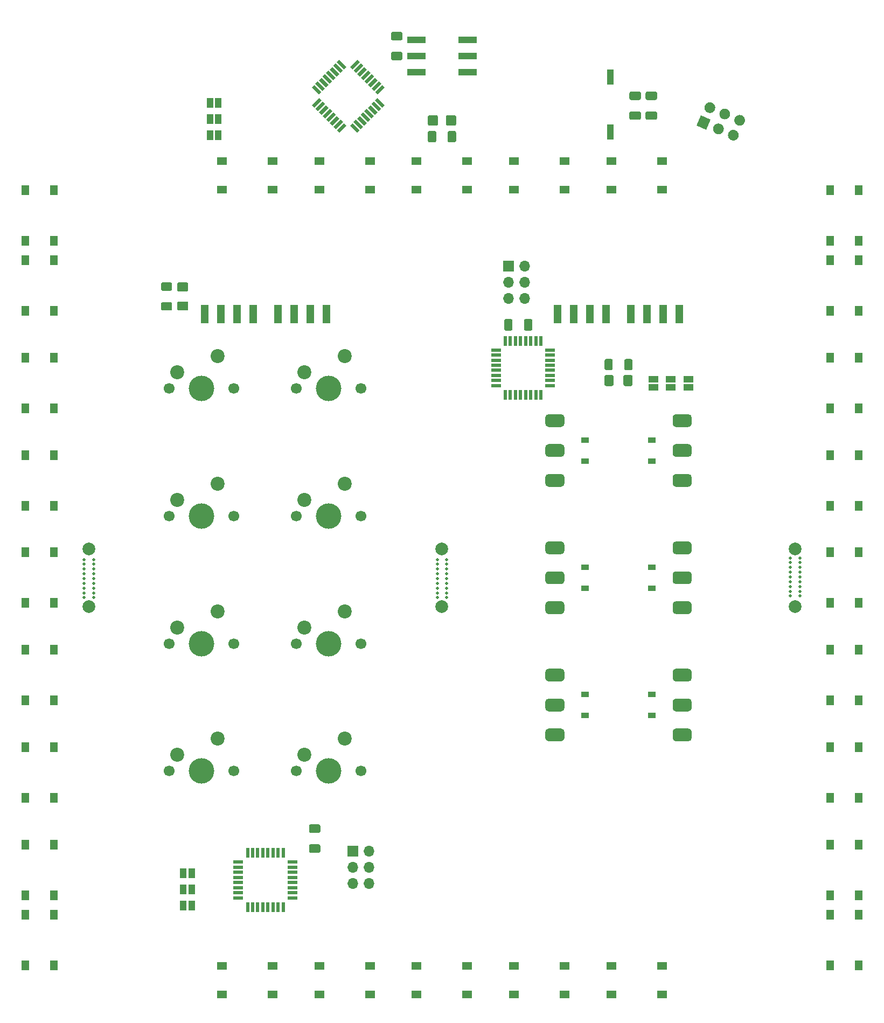
<source format=gbr>
%TF.GenerationSoftware,KiCad,Pcbnew,(5.1.9)-1*%
%TF.CreationDate,2021-07-06T15:30:50+10:00*%
%TF.ProjectId,MFD-panel2,4d46442d-7061-46e6-956c-322e6b696361,rev?*%
%TF.SameCoordinates,Original*%
%TF.FileFunction,Soldermask,Top*%
%TF.FilePolarity,Negative*%
%FSLAX46Y46*%
G04 Gerber Fmt 4.6, Leading zero omitted, Abs format (unit mm)*
G04 Created by KiCad (PCBNEW (5.1.9)-1) date 2021-07-06 15:30:50*
%MOMM*%
%LPD*%
G01*
G04 APERTURE LIST*
%ADD10R,3.000000X1.000000*%
%ADD11R,1.000000X1.500000*%
%ADD12C,0.100000*%
%ADD13R,1.300000X1.550000*%
%ADD14R,1.550000X1.300000*%
%ADD15R,1.120000X2.440000*%
%ADD16R,1.200000X0.900000*%
%ADD17R,1.600000X0.550000*%
%ADD18R,0.550000X1.600000*%
%ADD19R,1.500000X1.000000*%
%ADD20R,1.300000X3.000000*%
%ADD21O,1.700000X1.700000*%
%ADD22R,1.700000X1.700000*%
%ADD23C,0.500000*%
%ADD24C,2.000000*%
%ADD25C,1.700000*%
%ADD26C,4.000000*%
%ADD27C,2.200000*%
G04 APERTURE END LIST*
D10*
%TO.C,SW2*%
X74600000Y8860000D03*
X66600000Y8860000D03*
X74600000Y11400000D03*
X66600000Y11400000D03*
X74600000Y13940000D03*
X66600000Y13940000D03*
%TD*%
D11*
%TO.C,JP3*%
X34148000Y4064000D03*
X35448000Y4064000D03*
%TD*%
%TO.C,JP2*%
X35448000Y1524000D03*
X34148000Y1524000D03*
%TD*%
%TO.C,JP1*%
X35448000Y-1016000D03*
X34148000Y-1016000D03*
%TD*%
D12*
%TO.C,Atmega328P-AU1*%
G36*
X50523666Y3294555D02*
G01*
X50134757Y3683464D01*
X51266128Y4814835D01*
X51655037Y4425926D01*
X50523666Y3294555D01*
G37*
G36*
X51089352Y2728870D02*
G01*
X50700443Y3117779D01*
X51831814Y4249150D01*
X52220723Y3860241D01*
X51089352Y2728870D01*
G37*
G36*
X51655037Y2163184D02*
G01*
X51266128Y2552093D01*
X52397499Y3683464D01*
X52786408Y3294555D01*
X51655037Y2163184D01*
G37*
G36*
X52220722Y1597499D02*
G01*
X51831813Y1986408D01*
X52963184Y3117779D01*
X53352093Y2728870D01*
X52220722Y1597499D01*
G37*
G36*
X52786408Y1031813D02*
G01*
X52397499Y1420722D01*
X53528870Y2552093D01*
X53917779Y2163184D01*
X52786408Y1031813D01*
G37*
G36*
X53352093Y466128D02*
G01*
X52963184Y855037D01*
X54094555Y1986408D01*
X54483464Y1597499D01*
X53352093Y466128D01*
G37*
G36*
X53917779Y-99557D02*
G01*
X53528870Y289352D01*
X54660241Y1420723D01*
X55049150Y1031814D01*
X53917779Y-99557D01*
G37*
G36*
X54483464Y-665243D02*
G01*
X54094555Y-276334D01*
X55225926Y855037D01*
X55614835Y466128D01*
X54483464Y-665243D01*
G37*
G36*
X57665445Y-276334D02*
G01*
X57276536Y-665243D01*
X56145165Y466128D01*
X56534074Y855037D01*
X57665445Y-276334D01*
G37*
G36*
X58231130Y289352D02*
G01*
X57842221Y-99557D01*
X56710850Y1031814D01*
X57099759Y1420723D01*
X58231130Y289352D01*
G37*
G36*
X58796816Y855037D02*
G01*
X58407907Y466128D01*
X57276536Y1597499D01*
X57665445Y1986408D01*
X58796816Y855037D01*
G37*
G36*
X59362501Y1420722D02*
G01*
X58973592Y1031813D01*
X57842221Y2163184D01*
X58231130Y2552093D01*
X59362501Y1420722D01*
G37*
G36*
X59928187Y1986408D02*
G01*
X59539278Y1597499D01*
X58407907Y2728870D01*
X58796816Y3117779D01*
X59928187Y1986408D01*
G37*
G36*
X60493872Y2552093D02*
G01*
X60104963Y2163184D01*
X58973592Y3294555D01*
X59362501Y3683464D01*
X60493872Y2552093D01*
G37*
G36*
X61059557Y3117779D02*
G01*
X60670648Y2728870D01*
X59539277Y3860241D01*
X59928186Y4249150D01*
X61059557Y3117779D01*
G37*
G36*
X61625243Y3683464D02*
G01*
X61236334Y3294555D01*
X60104963Y4425926D01*
X60493872Y4814835D01*
X61625243Y3683464D01*
G37*
G36*
X60493872Y5345165D02*
G01*
X60104963Y5734074D01*
X61236334Y6865445D01*
X61625243Y6476536D01*
X60493872Y5345165D01*
G37*
G36*
X59928186Y5910850D02*
G01*
X59539277Y6299759D01*
X60670648Y7431130D01*
X61059557Y7042221D01*
X59928186Y5910850D01*
G37*
G36*
X59362501Y6476536D02*
G01*
X58973592Y6865445D01*
X60104963Y7996816D01*
X60493872Y7607907D01*
X59362501Y6476536D01*
G37*
G36*
X58796816Y7042221D02*
G01*
X58407907Y7431130D01*
X59539278Y8562501D01*
X59928187Y8173592D01*
X58796816Y7042221D01*
G37*
G36*
X58231130Y7607907D02*
G01*
X57842221Y7996816D01*
X58973592Y9128187D01*
X59362501Y8739278D01*
X58231130Y7607907D01*
G37*
G36*
X57665445Y8173592D02*
G01*
X57276536Y8562501D01*
X58407907Y9693872D01*
X58796816Y9304963D01*
X57665445Y8173592D01*
G37*
G36*
X57099759Y8739277D02*
G01*
X56710850Y9128186D01*
X57842221Y10259557D01*
X58231130Y9870648D01*
X57099759Y8739277D01*
G37*
G36*
X56534074Y9304963D02*
G01*
X56145165Y9693872D01*
X57276536Y10825243D01*
X57665445Y10436334D01*
X56534074Y9304963D01*
G37*
G36*
X55614835Y9693872D02*
G01*
X55225926Y9304963D01*
X54094555Y10436334D01*
X54483464Y10825243D01*
X55614835Y9693872D01*
G37*
G36*
X55049150Y9128186D02*
G01*
X54660241Y8739277D01*
X53528870Y9870648D01*
X53917779Y10259557D01*
X55049150Y9128186D01*
G37*
G36*
X54483464Y8562501D02*
G01*
X54094555Y8173592D01*
X52963184Y9304963D01*
X53352093Y9693872D01*
X54483464Y8562501D01*
G37*
G36*
X53917779Y7996816D02*
G01*
X53528870Y7607907D01*
X52397499Y8739278D01*
X52786408Y9128187D01*
X53917779Y7996816D01*
G37*
G36*
X53352093Y7431130D02*
G01*
X52963184Y7042221D01*
X51831813Y8173592D01*
X52220722Y8562501D01*
X53352093Y7431130D01*
G37*
G36*
X52786408Y6865445D02*
G01*
X52397499Y6476536D01*
X51266128Y7607907D01*
X51655037Y7996816D01*
X52786408Y6865445D01*
G37*
G36*
X52220723Y6299759D02*
G01*
X51831814Y5910850D01*
X50700443Y7042221D01*
X51089352Y7431130D01*
X52220723Y6299759D01*
G37*
G36*
X51655037Y5734074D02*
G01*
X51266128Y5345165D01*
X50134757Y6476536D01*
X50523666Y6865445D01*
X51655037Y5734074D01*
G37*
%TD*%
%TO.C,J1*%
G36*
G01*
X117058401Y510539D02*
X117058401Y510539D01*
G75*
G02*
X116608093Y1625089I332121J782429D01*
G01*
X116608093Y1625089D01*
G75*
G02*
X117722643Y2075397I782429J-332121D01*
G01*
X117722643Y2075397D01*
G75*
G02*
X118172951Y960847I-332121J-782429D01*
G01*
X118172951Y960847D01*
G75*
G02*
X117058401Y510539I-782429J332121D01*
G01*
G37*
G36*
G01*
X116065944Y-1827543D02*
X116065944Y-1827543D01*
G75*
G02*
X115615636Y-712993I332121J782429D01*
G01*
X115615636Y-712993D01*
G75*
G02*
X116730186Y-262685I782429J-332121D01*
G01*
X116730186Y-262685D01*
G75*
G02*
X117180494Y-1377235I-332121J-782429D01*
G01*
X117180494Y-1377235D01*
G75*
G02*
X116065944Y-1827543I-782429J332121D01*
G01*
G37*
G36*
G01*
X114720318Y1502996D02*
X114720318Y1502996D01*
G75*
G02*
X114270010Y2617546I332121J782429D01*
G01*
X114270010Y2617546D01*
G75*
G02*
X115384560Y3067854I782429J-332121D01*
G01*
X115384560Y3067854D01*
G75*
G02*
X115834868Y1953304I-332121J-782429D01*
G01*
X115834868Y1953304D01*
G75*
G02*
X114720318Y1502996I-782429J332121D01*
G01*
G37*
G36*
G01*
X113727861Y-835086D02*
X113727861Y-835086D01*
G75*
G02*
X113277553Y279464I332121J782429D01*
G01*
X113277553Y279464D01*
G75*
G02*
X114392103Y729772I782429J-332121D01*
G01*
X114392103Y729772D01*
G75*
G02*
X114842411Y-384778I-332121J-782429D01*
G01*
X114842411Y-384778D01*
G75*
G02*
X113727861Y-835086I-782429J332121D01*
G01*
G37*
G36*
G01*
X112382236Y2495453D02*
X112382236Y2495453D01*
G75*
G02*
X111931928Y3610003I332121J782429D01*
G01*
X111931928Y3610003D01*
G75*
G02*
X113046478Y4060311I782429J-332121D01*
G01*
X113046478Y4060311D01*
G75*
G02*
X113496786Y2945761I-332121J-782429D01*
G01*
X113496786Y2945761D01*
G75*
G02*
X112382236Y2495453I-782429J332121D01*
G01*
G37*
G36*
X112172208Y-174751D02*
G01*
X110607349Y489492D01*
X111271592Y2054351D01*
X112836451Y1390108D01*
X112172208Y-174751D01*
G37*
%TD*%
%TO.C,R8*%
G36*
G01*
X69700000Y-619999D02*
X69700000Y-1920001D01*
G75*
G02*
X69450001Y-2170000I-249999J0D01*
G01*
X68624999Y-2170000D01*
G75*
G02*
X68375000Y-1920001I0J249999D01*
G01*
X68375000Y-619999D01*
G75*
G02*
X68624999Y-370000I249999J0D01*
G01*
X69450001Y-370000D01*
G75*
G02*
X69700000Y-619999I0J-249999D01*
G01*
G37*
G36*
G01*
X72825000Y-619999D02*
X72825000Y-1920001D01*
G75*
G02*
X72575001Y-2170000I-249999J0D01*
G01*
X71749999Y-2170000D01*
G75*
G02*
X71500000Y-1920001I0J249999D01*
G01*
X71500000Y-619999D01*
G75*
G02*
X71749999Y-370000I249999J0D01*
G01*
X72575001Y-370000D01*
G75*
G02*
X72825000Y-619999I0J-249999D01*
G01*
G37*
%TD*%
%TO.C,D1*%
G36*
G01*
X71225000Y695000D02*
X71225000Y1845000D01*
G75*
G02*
X71475000Y2095000I250000J0D01*
G01*
X72575000Y2095000D01*
G75*
G02*
X72825000Y1845000I0J-250000D01*
G01*
X72825000Y695000D01*
G75*
G02*
X72575000Y445000I-250000J0D01*
G01*
X71475000Y445000D01*
G75*
G02*
X71225000Y695000I0J250000D01*
G01*
G37*
G36*
G01*
X68375000Y695000D02*
X68375000Y1845000D01*
G75*
G02*
X68625000Y2095000I250000J0D01*
G01*
X69725000Y2095000D01*
G75*
G02*
X69975000Y1845000I0J-250000D01*
G01*
X69975000Y695000D01*
G75*
G02*
X69725000Y445000I-250000J0D01*
G01*
X68625000Y445000D01*
G75*
G02*
X68375000Y695000I0J250000D01*
G01*
G37*
%TD*%
D13*
%TO.C,SW47*%
X5100000Y-28680000D03*
X9600000Y-28680000D03*
X9600000Y-20720000D03*
X5100000Y-20720000D03*
%TD*%
%TO.C,SW46*%
X5100000Y-17680000D03*
X9600000Y-17680000D03*
X9600000Y-9720000D03*
X5100000Y-9720000D03*
%TD*%
%TO.C,SW45*%
X5100000Y-43980000D03*
X9600000Y-43980000D03*
X9600000Y-36020000D03*
X5100000Y-36020000D03*
%TD*%
%TO.C,SW44*%
X5100000Y-59280000D03*
X9600000Y-59280000D03*
X9600000Y-51320000D03*
X5100000Y-51320000D03*
%TD*%
%TO.C,SW43*%
X5100000Y-74580000D03*
X9600000Y-74580000D03*
X9600000Y-66620000D03*
X5100000Y-66620000D03*
%TD*%
%TO.C,SW42*%
X5100000Y-89880000D03*
X9600000Y-89880000D03*
X9600000Y-81920000D03*
X5100000Y-81920000D03*
%TD*%
%TO.C,SW41*%
X5100000Y-105180000D03*
X9600000Y-105180000D03*
X9600000Y-97220000D03*
X5100000Y-97220000D03*
%TD*%
%TO.C,SW37*%
X5100000Y-131480000D03*
X9600000Y-131480000D03*
X9600000Y-123520000D03*
X5100000Y-123520000D03*
%TD*%
%TO.C,SW36*%
X5100000Y-120480000D03*
X9600000Y-120480000D03*
X9600000Y-112520000D03*
X5100000Y-112520000D03*
%TD*%
D14*
%TO.C,SW35*%
X43980000Y-136100000D03*
X43980000Y-131600000D03*
X36020000Y-131600000D03*
X36020000Y-136100000D03*
%TD*%
%TO.C,SW34*%
X59280000Y-136100000D03*
X59280000Y-131600000D03*
X51320000Y-131600000D03*
X51320000Y-136100000D03*
%TD*%
%TO.C,SW33*%
X74580000Y-136100000D03*
X74580000Y-131600000D03*
X66620000Y-131600000D03*
X66620000Y-136100000D03*
%TD*%
%TO.C,SW32*%
X89880000Y-136100000D03*
X89880000Y-131600000D03*
X81920000Y-131600000D03*
X81920000Y-136100000D03*
%TD*%
%TO.C,SW31*%
X105180000Y-136100000D03*
X105180000Y-131600000D03*
X97220000Y-131600000D03*
X97220000Y-136100000D03*
%TD*%
D13*
%TO.C,SW27*%
X136100000Y-123520000D03*
X131600000Y-123520000D03*
X131600000Y-131480000D03*
X136100000Y-131480000D03*
%TD*%
%TO.C,SW26*%
X136100000Y-112520000D03*
X131600000Y-112520000D03*
X131600000Y-120480000D03*
X136100000Y-120480000D03*
%TD*%
%TO.C,SW25*%
X136100000Y-97220000D03*
X131600000Y-97220000D03*
X131600000Y-105180000D03*
X136100000Y-105180000D03*
%TD*%
%TO.C,SW24*%
X136100000Y-81920000D03*
X131600000Y-81920000D03*
X131600000Y-89880000D03*
X136100000Y-89880000D03*
%TD*%
%TO.C,SW23*%
X136100000Y-66620000D03*
X131600000Y-66620000D03*
X131600000Y-74580000D03*
X136100000Y-74580000D03*
%TD*%
%TO.C,SW22*%
X136100000Y-51320000D03*
X131600000Y-51320000D03*
X131600000Y-59280000D03*
X136100000Y-59280000D03*
%TD*%
%TO.C,SW21*%
X136100000Y-36020000D03*
X131600000Y-36020000D03*
X131600000Y-43980000D03*
X136100000Y-43980000D03*
%TD*%
%TO.C,SW17*%
X136100000Y-20720000D03*
X131600000Y-20720000D03*
X131600000Y-28680000D03*
X136100000Y-28680000D03*
%TD*%
%TO.C,SW16*%
X136100000Y-9720000D03*
X131600000Y-9720000D03*
X131600000Y-17680000D03*
X136100000Y-17680000D03*
%TD*%
D14*
%TO.C,SW15*%
X105180000Y-9600000D03*
X105180000Y-5100000D03*
X97220000Y-5100000D03*
X97220000Y-9600000D03*
%TD*%
%TO.C,SW14*%
X89880000Y-9600000D03*
X89880000Y-5100000D03*
X81920000Y-5100000D03*
X81920000Y-9600000D03*
%TD*%
%TO.C,SW13*%
X74580000Y-9600000D03*
X74580000Y-5100000D03*
X66620000Y-5100000D03*
X66620000Y-9600000D03*
%TD*%
%TO.C,SW12*%
X59280000Y-9600000D03*
X59280000Y-5100000D03*
X51320000Y-5100000D03*
X51320000Y-9600000D03*
%TD*%
%TO.C,SW11*%
X43980000Y-9600000D03*
X43980000Y-5100000D03*
X36020000Y-5100000D03*
X36020000Y-9600000D03*
%TD*%
D15*
%TO.C,SW1*%
X97028000Y-508000D03*
X97028000Y8102000D03*
%TD*%
%TO.C,R5*%
G36*
G01*
X102854997Y5819500D02*
X104155003Y5819500D01*
G75*
G02*
X104405000Y5569503I0J-249997D01*
G01*
X104405000Y4744497D01*
G75*
G02*
X104155003Y4494500I-249997J0D01*
G01*
X102854997Y4494500D01*
G75*
G02*
X102605000Y4744497I0J249997D01*
G01*
X102605000Y5569503D01*
G75*
G02*
X102854997Y5819500I249997J0D01*
G01*
G37*
G36*
G01*
X102854997Y2694500D02*
X104155003Y2694500D01*
G75*
G02*
X104405000Y2444503I0J-249997D01*
G01*
X104405000Y1619497D01*
G75*
G02*
X104155003Y1369500I-249997J0D01*
G01*
X102854997Y1369500D01*
G75*
G02*
X102605000Y1619497I0J249997D01*
G01*
X102605000Y2444503D01*
G75*
G02*
X102854997Y2694500I249997J0D01*
G01*
G37*
%TD*%
%TO.C,R1*%
G36*
G01*
X101615003Y4494500D02*
X100314997Y4494500D01*
G75*
G02*
X100065000Y4744497I0J249997D01*
G01*
X100065000Y5569503D01*
G75*
G02*
X100314997Y5819500I249997J0D01*
G01*
X101615003Y5819500D01*
G75*
G02*
X101865000Y5569503I0J-249997D01*
G01*
X101865000Y4744497D01*
G75*
G02*
X101615003Y4494500I-249997J0D01*
G01*
G37*
G36*
G01*
X101615003Y1369500D02*
X100314997Y1369500D01*
G75*
G02*
X100065000Y1619497I0J249997D01*
G01*
X100065000Y2444503D01*
G75*
G02*
X100314997Y2694500I249997J0D01*
G01*
X101615003Y2694500D01*
G75*
G02*
X101865000Y2444503I0J-249997D01*
G01*
X101865000Y1619497D01*
G75*
G02*
X101615003Y1369500I-249997J0D01*
G01*
G37*
%TD*%
%TO.C,C4*%
G36*
G01*
X64150003Y13854000D02*
X62849997Y13854000D01*
G75*
G02*
X62600000Y14103997I0J249997D01*
G01*
X62600000Y14929003D01*
G75*
G02*
X62849997Y15179000I249997J0D01*
G01*
X64150003Y15179000D01*
G75*
G02*
X64400000Y14929003I0J-249997D01*
G01*
X64400000Y14103997D01*
G75*
G02*
X64150003Y13854000I-249997J0D01*
G01*
G37*
G36*
G01*
X64150003Y10729000D02*
X62849997Y10729000D01*
G75*
G02*
X62600000Y10978997I0J249997D01*
G01*
X62600000Y11804003D01*
G75*
G02*
X62849997Y12054000I249997J0D01*
G01*
X64150003Y12054000D01*
G75*
G02*
X64400000Y11804003I0J-249997D01*
G01*
X64400000Y10978997D01*
G75*
G02*
X64150003Y10729000I-249997J0D01*
G01*
G37*
%TD*%
%TO.C,TOG23*%
G36*
G01*
X106850000Y-95800000D02*
X106850000Y-94800000D01*
G75*
G02*
X107350000Y-94300000I500000J0D01*
G01*
X109350000Y-94300000D01*
G75*
G02*
X109850000Y-94800000I0J-500000D01*
G01*
X109850000Y-95800000D01*
G75*
G02*
X109350000Y-96300000I-500000J0D01*
G01*
X107350000Y-96300000D01*
G75*
G02*
X106850000Y-95800000I0J500000D01*
G01*
G37*
G36*
G01*
X106850000Y-91100000D02*
X106850000Y-90100000D01*
G75*
G02*
X107350000Y-89600000I500000J0D01*
G01*
X109350000Y-89600000D01*
G75*
G02*
X109850000Y-90100000I0J-500000D01*
G01*
X109850000Y-91100000D01*
G75*
G02*
X109350000Y-91600000I-500000J0D01*
G01*
X107350000Y-91600000D01*
G75*
G02*
X106850000Y-91100000I0J500000D01*
G01*
G37*
G36*
G01*
X106850000Y-86400000D02*
X106850000Y-85400000D01*
G75*
G02*
X107350000Y-84900000I500000J0D01*
G01*
X109350000Y-84900000D01*
G75*
G02*
X109850000Y-85400000I0J-500000D01*
G01*
X109850000Y-86400000D01*
G75*
G02*
X109350000Y-86900000I-500000J0D01*
G01*
X107350000Y-86900000D01*
G75*
G02*
X106850000Y-86400000I0J500000D01*
G01*
G37*
%TD*%
%TO.C,TOG13*%
G36*
G01*
X86850000Y-95800000D02*
X86850000Y-94800000D01*
G75*
G02*
X87350000Y-94300000I500000J0D01*
G01*
X89350000Y-94300000D01*
G75*
G02*
X89850000Y-94800000I0J-500000D01*
G01*
X89850000Y-95800000D01*
G75*
G02*
X89350000Y-96300000I-500000J0D01*
G01*
X87350000Y-96300000D01*
G75*
G02*
X86850000Y-95800000I0J500000D01*
G01*
G37*
G36*
G01*
X86850000Y-91100000D02*
X86850000Y-90100000D01*
G75*
G02*
X87350000Y-89600000I500000J0D01*
G01*
X89350000Y-89600000D01*
G75*
G02*
X89850000Y-90100000I0J-500000D01*
G01*
X89850000Y-91100000D01*
G75*
G02*
X89350000Y-91600000I-500000J0D01*
G01*
X87350000Y-91600000D01*
G75*
G02*
X86850000Y-91100000I0J500000D01*
G01*
G37*
G36*
G01*
X86850000Y-86400000D02*
X86850000Y-85400000D01*
G75*
G02*
X87350000Y-84900000I500000J0D01*
G01*
X89350000Y-84900000D01*
G75*
G02*
X89850000Y-85400000I0J-500000D01*
G01*
X89850000Y-86400000D01*
G75*
G02*
X89350000Y-86900000I-500000J0D01*
G01*
X87350000Y-86900000D01*
G75*
G02*
X86850000Y-86400000I0J500000D01*
G01*
G37*
%TD*%
D16*
%TO.C,D23*%
X103600000Y-88950000D03*
X103600000Y-92250000D03*
%TD*%
%TO.C,D13*%
X93100000Y-88950000D03*
X93100000Y-92250000D03*
%TD*%
%TO.C,TOG22*%
G36*
G01*
X106850000Y-75800000D02*
X106850000Y-74800000D01*
G75*
G02*
X107350000Y-74300000I500000J0D01*
G01*
X109350000Y-74300000D01*
G75*
G02*
X109850000Y-74800000I0J-500000D01*
G01*
X109850000Y-75800000D01*
G75*
G02*
X109350000Y-76300000I-500000J0D01*
G01*
X107350000Y-76300000D01*
G75*
G02*
X106850000Y-75800000I0J500000D01*
G01*
G37*
G36*
G01*
X106850000Y-71100000D02*
X106850000Y-70100000D01*
G75*
G02*
X107350000Y-69600000I500000J0D01*
G01*
X109350000Y-69600000D01*
G75*
G02*
X109850000Y-70100000I0J-500000D01*
G01*
X109850000Y-71100000D01*
G75*
G02*
X109350000Y-71600000I-500000J0D01*
G01*
X107350000Y-71600000D01*
G75*
G02*
X106850000Y-71100000I0J500000D01*
G01*
G37*
G36*
G01*
X106850000Y-66400000D02*
X106850000Y-65400000D01*
G75*
G02*
X107350000Y-64900000I500000J0D01*
G01*
X109350000Y-64900000D01*
G75*
G02*
X109850000Y-65400000I0J-500000D01*
G01*
X109850000Y-66400000D01*
G75*
G02*
X109350000Y-66900000I-500000J0D01*
G01*
X107350000Y-66900000D01*
G75*
G02*
X106850000Y-66400000I0J500000D01*
G01*
G37*
%TD*%
%TO.C,TOG21*%
G36*
G01*
X106850000Y-55800000D02*
X106850000Y-54800000D01*
G75*
G02*
X107350000Y-54300000I500000J0D01*
G01*
X109350000Y-54300000D01*
G75*
G02*
X109850000Y-54800000I0J-500000D01*
G01*
X109850000Y-55800000D01*
G75*
G02*
X109350000Y-56300000I-500000J0D01*
G01*
X107350000Y-56300000D01*
G75*
G02*
X106850000Y-55800000I0J500000D01*
G01*
G37*
G36*
G01*
X106850000Y-51100000D02*
X106850000Y-50100000D01*
G75*
G02*
X107350000Y-49600000I500000J0D01*
G01*
X109350000Y-49600000D01*
G75*
G02*
X109850000Y-50100000I0J-500000D01*
G01*
X109850000Y-51100000D01*
G75*
G02*
X109350000Y-51600000I-500000J0D01*
G01*
X107350000Y-51600000D01*
G75*
G02*
X106850000Y-51100000I0J500000D01*
G01*
G37*
G36*
G01*
X106850000Y-46400000D02*
X106850000Y-45400000D01*
G75*
G02*
X107350000Y-44900000I500000J0D01*
G01*
X109350000Y-44900000D01*
G75*
G02*
X109850000Y-45400000I0J-500000D01*
G01*
X109850000Y-46400000D01*
G75*
G02*
X109350000Y-46900000I-500000J0D01*
G01*
X107350000Y-46900000D01*
G75*
G02*
X106850000Y-46400000I0J500000D01*
G01*
G37*
%TD*%
%TO.C,TOG12*%
G36*
G01*
X86850000Y-75800000D02*
X86850000Y-74800000D01*
G75*
G02*
X87350000Y-74300000I500000J0D01*
G01*
X89350000Y-74300000D01*
G75*
G02*
X89850000Y-74800000I0J-500000D01*
G01*
X89850000Y-75800000D01*
G75*
G02*
X89350000Y-76300000I-500000J0D01*
G01*
X87350000Y-76300000D01*
G75*
G02*
X86850000Y-75800000I0J500000D01*
G01*
G37*
G36*
G01*
X86850000Y-71100000D02*
X86850000Y-70100000D01*
G75*
G02*
X87350000Y-69600000I500000J0D01*
G01*
X89350000Y-69600000D01*
G75*
G02*
X89850000Y-70100000I0J-500000D01*
G01*
X89850000Y-71100000D01*
G75*
G02*
X89350000Y-71600000I-500000J0D01*
G01*
X87350000Y-71600000D01*
G75*
G02*
X86850000Y-71100000I0J500000D01*
G01*
G37*
G36*
G01*
X86850000Y-66400000D02*
X86850000Y-65400000D01*
G75*
G02*
X87350000Y-64900000I500000J0D01*
G01*
X89350000Y-64900000D01*
G75*
G02*
X89850000Y-65400000I0J-500000D01*
G01*
X89850000Y-66400000D01*
G75*
G02*
X89350000Y-66900000I-500000J0D01*
G01*
X87350000Y-66900000D01*
G75*
G02*
X86850000Y-66400000I0J500000D01*
G01*
G37*
%TD*%
%TO.C,TOG11*%
G36*
G01*
X86850000Y-55800000D02*
X86850000Y-54800000D01*
G75*
G02*
X87350000Y-54300000I500000J0D01*
G01*
X89350000Y-54300000D01*
G75*
G02*
X89850000Y-54800000I0J-500000D01*
G01*
X89850000Y-55800000D01*
G75*
G02*
X89350000Y-56300000I-500000J0D01*
G01*
X87350000Y-56300000D01*
G75*
G02*
X86850000Y-55800000I0J500000D01*
G01*
G37*
G36*
G01*
X86850000Y-51100000D02*
X86850000Y-50100000D01*
G75*
G02*
X87350000Y-49600000I500000J0D01*
G01*
X89350000Y-49600000D01*
G75*
G02*
X89850000Y-50100000I0J-500000D01*
G01*
X89850000Y-51100000D01*
G75*
G02*
X89350000Y-51600000I-500000J0D01*
G01*
X87350000Y-51600000D01*
G75*
G02*
X86850000Y-51100000I0J500000D01*
G01*
G37*
G36*
G01*
X86850000Y-46400000D02*
X86850000Y-45400000D01*
G75*
G02*
X87350000Y-44900000I500000J0D01*
G01*
X89350000Y-44900000D01*
G75*
G02*
X89850000Y-45400000I0J-500000D01*
G01*
X89850000Y-46400000D01*
G75*
G02*
X89350000Y-46900000I-500000J0D01*
G01*
X87350000Y-46900000D01*
G75*
G02*
X86850000Y-46400000I0J500000D01*
G01*
G37*
%TD*%
%TO.C,D22*%
X103600000Y-68950000D03*
X103600000Y-72250000D03*
%TD*%
%TO.C,D21*%
X103600000Y-48950000D03*
X103600000Y-52250000D03*
%TD*%
%TO.C,D12*%
X93100000Y-68950000D03*
X93100000Y-72250000D03*
%TD*%
%TO.C,D11*%
X93100000Y-48950000D03*
X93100000Y-52250000D03*
%TD*%
D17*
%TO.C,ATMEGA328P-AU*%
X79100000Y-40400000D03*
X79100000Y-39600000D03*
X79100000Y-38800000D03*
X79100000Y-38000000D03*
X79100000Y-37200000D03*
X79100000Y-36400000D03*
X79100000Y-35600000D03*
X79100000Y-34800000D03*
D18*
X80550000Y-33350000D03*
X81350000Y-33350000D03*
X82150000Y-33350000D03*
X82950000Y-33350000D03*
X83750000Y-33350000D03*
X84550000Y-33350000D03*
X85350000Y-33350000D03*
X86150000Y-33350000D03*
D17*
X87600000Y-34800000D03*
X87600000Y-35600000D03*
X87600000Y-36400000D03*
X87600000Y-37200000D03*
X87600000Y-38000000D03*
X87600000Y-38800000D03*
X87600000Y-39600000D03*
X87600000Y-40400000D03*
D18*
X86150000Y-41850000D03*
X85350000Y-41850000D03*
X84550000Y-41850000D03*
X83750000Y-41850000D03*
X82950000Y-41850000D03*
X82150000Y-41850000D03*
X81350000Y-41850000D03*
X80550000Y-41850000D03*
%TD*%
%TO.C,R1*%
G36*
G01*
X99250000Y-37725000D02*
X99250000Y-36475000D01*
G75*
G02*
X99500000Y-36225000I250000J0D01*
G01*
X100300000Y-36225000D01*
G75*
G02*
X100550000Y-36475000I0J-250000D01*
G01*
X100550000Y-37725000D01*
G75*
G02*
X100300000Y-37975000I-250000J0D01*
G01*
X99500000Y-37975000D01*
G75*
G02*
X99250000Y-37725000I0J250000D01*
G01*
G37*
G36*
G01*
X96150000Y-37725000D02*
X96150000Y-36475000D01*
G75*
G02*
X96400000Y-36225000I250000J0D01*
G01*
X97200000Y-36225000D01*
G75*
G02*
X97450000Y-36475000I0J-250000D01*
G01*
X97450000Y-37725000D01*
G75*
G02*
X97200000Y-37975000I-250000J0D01*
G01*
X96400000Y-37975000D01*
G75*
G02*
X96150000Y-37725000I0J250000D01*
G01*
G37*
%TD*%
D19*
%TO.C,JP6*%
X109340000Y-39390000D03*
X109340000Y-40690000D03*
%TD*%
%TO.C,JP5*%
X106590000Y-39390000D03*
X106590000Y-40690000D03*
%TD*%
%TO.C,JP4*%
X103840000Y-39390000D03*
X103840000Y-40690000D03*
%TD*%
D20*
%TO.C,J6*%
X100290000Y-29132000D03*
X102830000Y-29132000D03*
X105370000Y-29132000D03*
X107910000Y-29132000D03*
%TD*%
%TO.C,J5*%
X88790000Y-29132000D03*
X91330000Y-29132000D03*
X93870000Y-29132000D03*
X96410000Y-29132000D03*
%TD*%
D21*
%TO.C,J4*%
X83640000Y-26680000D03*
X81100000Y-26680000D03*
X83640000Y-24140000D03*
X81100000Y-24140000D03*
X83640000Y-21600000D03*
D22*
X81100000Y-21600000D03*
%TD*%
%TO.C,D2*%
G36*
G01*
X99125000Y-40225000D02*
X99125000Y-38975000D01*
G75*
G02*
X99375000Y-38725000I250000J0D01*
G01*
X100300000Y-38725000D01*
G75*
G02*
X100550000Y-38975000I0J-250000D01*
G01*
X100550000Y-40225000D01*
G75*
G02*
X100300000Y-40475000I-250000J0D01*
G01*
X99375000Y-40475000D01*
G75*
G02*
X99125000Y-40225000I0J250000D01*
G01*
G37*
G36*
G01*
X96150000Y-40225000D02*
X96150000Y-38975000D01*
G75*
G02*
X96400000Y-38725000I250000J0D01*
G01*
X97325000Y-38725000D01*
G75*
G02*
X97575000Y-38975000I0J-250000D01*
G01*
X97575000Y-40225000D01*
G75*
G02*
X97325000Y-40475000I-250000J0D01*
G01*
X96400000Y-40475000D01*
G75*
G02*
X96150000Y-40225000I0J250000D01*
G01*
G37*
%TD*%
%TO.C,C2*%
G36*
G01*
X81700000Y-30199999D02*
X81700000Y-31500001D01*
G75*
G02*
X81450001Y-31750000I-249999J0D01*
G01*
X80624999Y-31750000D01*
G75*
G02*
X80375000Y-31500001I0J249999D01*
G01*
X80375000Y-30199999D01*
G75*
G02*
X80624999Y-29950000I249999J0D01*
G01*
X81450001Y-29950000D01*
G75*
G02*
X81700000Y-30199999I0J-249999D01*
G01*
G37*
G36*
G01*
X84825000Y-30199999D02*
X84825000Y-31500001D01*
G75*
G02*
X84575001Y-31750000I-249999J0D01*
G01*
X83749999Y-31750000D01*
G75*
G02*
X83500000Y-31500001I0J249999D01*
G01*
X83500000Y-30199999D01*
G75*
G02*
X83749999Y-29950000I249999J0D01*
G01*
X84575001Y-29950000D01*
G75*
G02*
X84825000Y-30199999I0J-249999D01*
G01*
G37*
%TD*%
%TO.C,C1*%
G36*
G01*
X51250001Y-110700000D02*
X49949999Y-110700000D01*
G75*
G02*
X49700000Y-110450001I0J249999D01*
G01*
X49700000Y-109624999D01*
G75*
G02*
X49949999Y-109375000I249999J0D01*
G01*
X51250001Y-109375000D01*
G75*
G02*
X51500000Y-109624999I0J-249999D01*
G01*
X51500000Y-110450001D01*
G75*
G02*
X51250001Y-110700000I-249999J0D01*
G01*
G37*
G36*
G01*
X51250001Y-113825000D02*
X49949999Y-113825000D01*
G75*
G02*
X49700000Y-113575001I0J249999D01*
G01*
X49700000Y-112749999D01*
G75*
G02*
X49949999Y-112500000I249999J0D01*
G01*
X51250001Y-112500000D01*
G75*
G02*
X51500000Y-112749999I0J-249999D01*
G01*
X51500000Y-113575001D01*
G75*
G02*
X51250001Y-113825000I-249999J0D01*
G01*
G37*
%TD*%
D20*
%TO.C,J3*%
X33290000Y-29132000D03*
X35830000Y-29132000D03*
X38370000Y-29132000D03*
X40910000Y-29132000D03*
%TD*%
%TO.C,J2*%
X44790000Y-29132000D03*
X47330000Y-29132000D03*
X49870000Y-29132000D03*
X52410000Y-29132000D03*
%TD*%
D11*
%TO.C,JP3*%
X31260000Y-117065000D03*
X29960000Y-117065000D03*
%TD*%
%TO.C,JP2*%
X31260000Y-119605000D03*
X29960000Y-119605000D03*
%TD*%
%TO.C,JP1*%
X31260000Y-122145000D03*
X29960000Y-122145000D03*
%TD*%
D23*
%TO.C,mouse-bite-2mm-slot*%
X69850000Y-69975000D03*
X71350000Y-69975000D03*
X69850000Y-69225000D03*
X69850000Y-70725000D03*
X71350000Y-70725000D03*
X71350000Y-69225000D03*
X69850000Y-72225000D03*
X69850000Y-72975000D03*
X71350000Y-72225000D03*
X71350000Y-71475000D03*
X71350000Y-72975000D03*
X69850000Y-71475000D03*
X69850000Y-67725000D03*
X69850000Y-68475000D03*
X71350000Y-67725000D03*
X71350000Y-68475000D03*
X71350000Y-73725000D03*
X69850000Y-73725000D03*
D24*
X70600000Y-75100000D03*
X70600000Y-66100000D03*
%TD*%
D23*
%TO.C,mouse-bite-2mm-slot*%
X126850000Y-71225000D03*
X125350000Y-71225000D03*
X126850000Y-71975000D03*
X126850000Y-70475000D03*
X125350000Y-70475000D03*
X125350000Y-71975000D03*
X126850000Y-68975000D03*
X126850000Y-68225000D03*
X125350000Y-68975000D03*
X125350000Y-69725000D03*
X125350000Y-68225000D03*
X126850000Y-69725000D03*
X126850000Y-73475000D03*
X126850000Y-72725000D03*
X125350000Y-73475000D03*
X125350000Y-72725000D03*
X125350000Y-67475000D03*
X126850000Y-67475000D03*
D24*
X126100000Y-66100000D03*
X126100000Y-75100000D03*
%TD*%
%TO.C,mouse-bite-2mm-slot*%
X15100000Y-66100000D03*
X15100000Y-75100000D03*
D23*
X14350000Y-73725000D03*
X15850000Y-73725000D03*
X15850000Y-68475000D03*
X15850000Y-67725000D03*
X14350000Y-68475000D03*
X14350000Y-67725000D03*
X14350000Y-71475000D03*
X15850000Y-72975000D03*
X15850000Y-71475000D03*
X15850000Y-72225000D03*
X14350000Y-72975000D03*
X14350000Y-72225000D03*
X15850000Y-69225000D03*
X15850000Y-70725000D03*
X14350000Y-70725000D03*
X14350000Y-69225000D03*
X15850000Y-69975000D03*
X14350000Y-69975000D03*
%TD*%
D18*
%TO.C,ATMEGA328P-AU*%
X40050000Y-113850000D03*
X40850000Y-113850000D03*
X41650000Y-113850000D03*
X42450000Y-113850000D03*
X43250000Y-113850000D03*
X44050000Y-113850000D03*
X44850000Y-113850000D03*
X45650000Y-113850000D03*
D17*
X47100000Y-115300000D03*
X47100000Y-116100000D03*
X47100000Y-116900000D03*
X47100000Y-117700000D03*
X47100000Y-118500000D03*
X47100000Y-119300000D03*
X47100000Y-120100000D03*
X47100000Y-120900000D03*
D18*
X45650000Y-122350000D03*
X44850000Y-122350000D03*
X44050000Y-122350000D03*
X43250000Y-122350000D03*
X42450000Y-122350000D03*
X41650000Y-122350000D03*
X40850000Y-122350000D03*
X40050000Y-122350000D03*
D17*
X38600000Y-120900000D03*
X38600000Y-120100000D03*
X38600000Y-119300000D03*
X38600000Y-118500000D03*
X38600000Y-117700000D03*
X38600000Y-116900000D03*
X38600000Y-116100000D03*
X38600000Y-115300000D03*
%TD*%
D25*
%TO.C,SW24*%
X57890000Y-100990000D03*
X47730000Y-100990000D03*
D26*
X52810000Y-100990000D03*
D27*
X49000000Y-98450000D03*
X55350000Y-95910000D03*
%TD*%
D25*
%TO.C,SW23*%
X57890000Y-80950000D03*
X47730000Y-80950000D03*
D26*
X52810000Y-80950000D03*
D27*
X49000000Y-78410000D03*
X55350000Y-75870000D03*
%TD*%
D25*
%TO.C,SW22*%
X57890000Y-60910000D03*
X47730000Y-60910000D03*
D26*
X52810000Y-60910000D03*
D27*
X49000000Y-58370000D03*
X55350000Y-55830000D03*
%TD*%
D25*
%TO.C,SW21*%
X57890000Y-40870000D03*
X47730000Y-40870000D03*
D26*
X52810000Y-40870000D03*
D27*
X49000000Y-38330000D03*
X55350000Y-35790000D03*
%TD*%
D25*
%TO.C,SW14*%
X37890000Y-100990000D03*
X27730000Y-100990000D03*
D26*
X32810000Y-100990000D03*
D27*
X29000000Y-98450000D03*
X35350000Y-95910000D03*
%TD*%
D25*
%TO.C,SW13*%
X37890000Y-80950000D03*
X27730000Y-80950000D03*
D26*
X32810000Y-80950000D03*
D27*
X29000000Y-78410000D03*
X35350000Y-75870000D03*
%TD*%
D25*
%TO.C,SW12*%
X37890000Y-60910000D03*
X27730000Y-60910000D03*
D26*
X32810000Y-60910000D03*
D27*
X29000000Y-58370000D03*
X35350000Y-55830000D03*
%TD*%
D25*
%TO.C,SW11*%
X37890000Y-40870000D03*
X27730000Y-40870000D03*
D26*
X32810000Y-40870000D03*
D27*
X29000000Y-38330000D03*
X35350000Y-35790000D03*
%TD*%
%TO.C,R5*%
G36*
G01*
X26690000Y-27295000D02*
X27940000Y-27295000D01*
G75*
G02*
X28190000Y-27545000I0J-250000D01*
G01*
X28190000Y-28345000D01*
G75*
G02*
X27940000Y-28595000I-250000J0D01*
G01*
X26690000Y-28595000D01*
G75*
G02*
X26440000Y-28345000I0J250000D01*
G01*
X26440000Y-27545000D01*
G75*
G02*
X26690000Y-27295000I250000J0D01*
G01*
G37*
G36*
G01*
X26690000Y-24195000D02*
X27940000Y-24195000D01*
G75*
G02*
X28190000Y-24445000I0J-250000D01*
G01*
X28190000Y-25245000D01*
G75*
G02*
X27940000Y-25495000I-250000J0D01*
G01*
X26690000Y-25495000D01*
G75*
G02*
X26440000Y-25245000I0J250000D01*
G01*
X26440000Y-24445000D01*
G75*
G02*
X26690000Y-24195000I250000J0D01*
G01*
G37*
%TD*%
D21*
%TO.C,J1*%
X59140000Y-118680000D03*
X56600000Y-118680000D03*
X59140000Y-116140000D03*
X56600000Y-116140000D03*
X59140000Y-113600000D03*
D22*
X56600000Y-113600000D03*
%TD*%
%TO.C,D1*%
G36*
G01*
X29230000Y-27170000D02*
X30480000Y-27170000D01*
G75*
G02*
X30730000Y-27420000I0J-250000D01*
G01*
X30730000Y-28345000D01*
G75*
G02*
X30480000Y-28595000I-250000J0D01*
G01*
X29230000Y-28595000D01*
G75*
G02*
X28980000Y-28345000I0J250000D01*
G01*
X28980000Y-27420000D01*
G75*
G02*
X29230000Y-27170000I250000J0D01*
G01*
G37*
G36*
G01*
X29230000Y-24195000D02*
X30480000Y-24195000D01*
G75*
G02*
X30730000Y-24445000I0J-250000D01*
G01*
X30730000Y-25370000D01*
G75*
G02*
X30480000Y-25620000I-250000J0D01*
G01*
X29230000Y-25620000D01*
G75*
G02*
X28980000Y-25370000I0J250000D01*
G01*
X28980000Y-24445000D01*
G75*
G02*
X29230000Y-24195000I250000J0D01*
G01*
G37*
%TD*%
M02*

</source>
